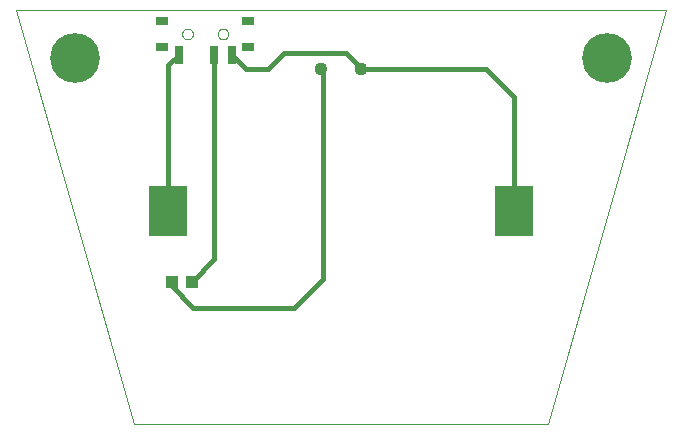
<source format=gbl>
G75*
%MOIN*%
%OFA0B0*%
%FSLAX24Y24*%
%IPPOS*%
%LPD*%
%AMOC8*
5,1,8,0,0,1.08239X$1,22.5*
%
%ADD10C,0.0000*%
%ADD11R,0.0394X0.0433*%
%ADD12R,0.1260X0.1654*%
%ADD13C,0.0436*%
%ADD14R,0.0276X0.0591*%
%ADD15R,0.0394X0.0315*%
%ADD16C,0.0160*%
%ADD17C,0.1660*%
D10*
X004037Y000100D02*
X000100Y013880D01*
X021754Y013880D01*
X017817Y000100D01*
X004037Y000100D01*
X005632Y013088D02*
X005634Y013114D01*
X005640Y013140D01*
X005650Y013165D01*
X005663Y013188D01*
X005679Y013208D01*
X005699Y013226D01*
X005721Y013241D01*
X005744Y013253D01*
X005770Y013261D01*
X005796Y013265D01*
X005822Y013265D01*
X005848Y013261D01*
X005874Y013253D01*
X005898Y013241D01*
X005919Y013226D01*
X005939Y013208D01*
X005955Y013188D01*
X005968Y013165D01*
X005978Y013140D01*
X005984Y013114D01*
X005986Y013088D01*
X005984Y013062D01*
X005978Y013036D01*
X005968Y013011D01*
X005955Y012988D01*
X005939Y012968D01*
X005919Y012950D01*
X005897Y012935D01*
X005874Y012923D01*
X005848Y012915D01*
X005822Y012911D01*
X005796Y012911D01*
X005770Y012915D01*
X005744Y012923D01*
X005720Y012935D01*
X005699Y012950D01*
X005679Y012968D01*
X005663Y012988D01*
X005650Y013011D01*
X005640Y013036D01*
X005634Y013062D01*
X005632Y013088D01*
X006813Y013088D02*
X006815Y013114D01*
X006821Y013140D01*
X006831Y013165D01*
X006844Y013188D01*
X006860Y013208D01*
X006880Y013226D01*
X006902Y013241D01*
X006925Y013253D01*
X006951Y013261D01*
X006977Y013265D01*
X007003Y013265D01*
X007029Y013261D01*
X007055Y013253D01*
X007079Y013241D01*
X007100Y013226D01*
X007120Y013208D01*
X007136Y013188D01*
X007149Y013165D01*
X007159Y013140D01*
X007165Y013114D01*
X007167Y013088D01*
X007165Y013062D01*
X007159Y013036D01*
X007149Y013011D01*
X007136Y012988D01*
X007120Y012968D01*
X007100Y012950D01*
X007078Y012935D01*
X007055Y012923D01*
X007029Y012915D01*
X007003Y012911D01*
X006977Y012911D01*
X006951Y012915D01*
X006925Y012923D01*
X006901Y012935D01*
X006880Y012950D01*
X006860Y012968D01*
X006844Y012988D01*
X006831Y013011D01*
X006821Y013036D01*
X006815Y013062D01*
X006813Y013088D01*
D11*
X005946Y004824D03*
X005277Y004824D03*
D12*
X005159Y007187D03*
X016694Y007187D03*
D13*
X011600Y011915D03*
X010261Y011915D03*
D14*
X007285Y012399D03*
X006694Y012399D03*
X005513Y012399D03*
D15*
X004962Y012655D03*
X004962Y013521D03*
X007836Y013521D03*
X007836Y012655D03*
D16*
X007285Y012399D02*
X007761Y011923D01*
X008494Y011923D01*
X009037Y012466D01*
X011096Y012466D01*
X011600Y011962D01*
X011600Y011915D01*
X011604Y011911D01*
X015757Y011911D01*
X016694Y010974D01*
X016694Y007187D01*
X010328Y004915D02*
X010328Y011848D01*
X010261Y011915D01*
X006694Y012399D02*
X006694Y005572D01*
X005946Y004824D01*
X005277Y004824D02*
X005277Y004683D01*
X006002Y003958D01*
X009372Y003958D01*
X010328Y004915D01*
X005159Y007187D02*
X005159Y012045D01*
X005513Y012399D01*
D17*
X002069Y012305D03*
X019785Y012305D03*
M02*

</source>
